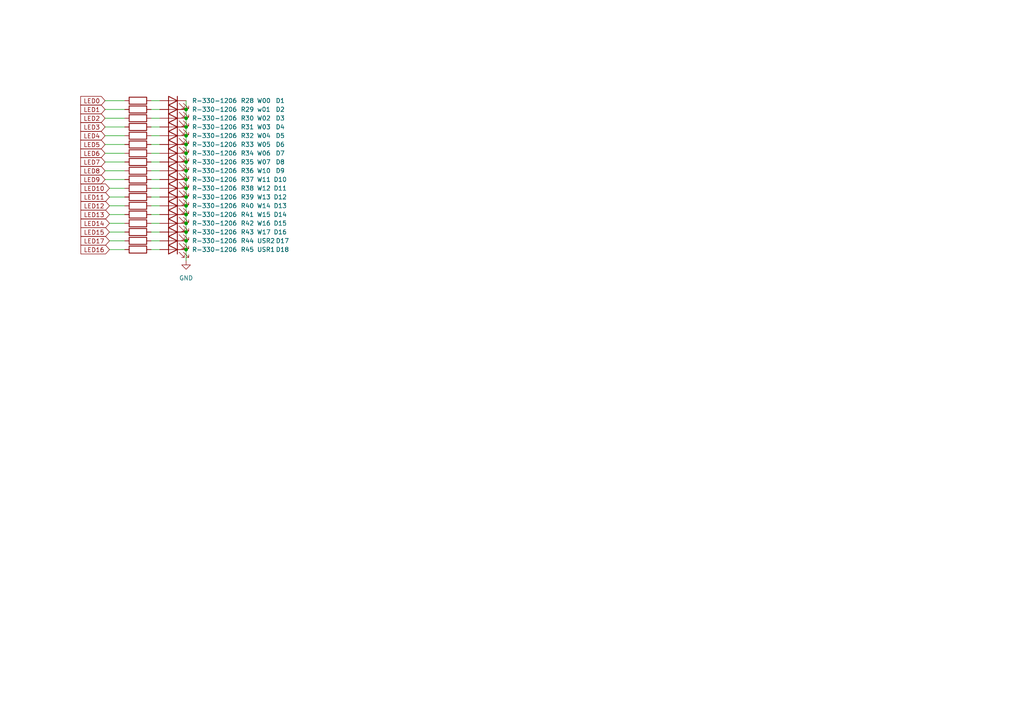
<source format=kicad_sch>
(kicad_sch (version 20211123) (generator eeschema)

  (uuid 2440d3e9-6bf4-4307-8cc8-7b8927b24226)

  (paper "A4")

  (lib_symbols
    (symbol "Device:LED" (pin_numbers hide) (pin_names (offset 1.016) hide) (in_bom yes) (on_board yes)
      (property "Reference" "D" (id 0) (at 0 2.54 0)
        (effects (font (size 1.27 1.27)))
      )
      (property "Value" "LED" (id 1) (at 0 -2.54 0)
        (effects (font (size 1.27 1.27)))
      )
      (property "Footprint" "" (id 2) (at 0 0 0)
        (effects (font (size 1.27 1.27)) hide)
      )
      (property "Datasheet" "~" (id 3) (at 0 0 0)
        (effects (font (size 1.27 1.27)) hide)
      )
      (property "ki_keywords" "LED diode" (id 4) (at 0 0 0)
        (effects (font (size 1.27 1.27)) hide)
      )
      (property "ki_description" "Light emitting diode" (id 5) (at 0 0 0)
        (effects (font (size 1.27 1.27)) hide)
      )
      (property "ki_fp_filters" "LED* LED_SMD:* LED_THT:*" (id 6) (at 0 0 0)
        (effects (font (size 1.27 1.27)) hide)
      )
      (symbol "LED_0_1"
        (polyline
          (pts
            (xy -1.27 -1.27)
            (xy -1.27 1.27)
          )
          (stroke (width 0.254) (type default) (color 0 0 0 0))
          (fill (type none))
        )
        (polyline
          (pts
            (xy -1.27 0)
            (xy 1.27 0)
          )
          (stroke (width 0) (type default) (color 0 0 0 0))
          (fill (type none))
        )
        (polyline
          (pts
            (xy 1.27 -1.27)
            (xy 1.27 1.27)
            (xy -1.27 0)
            (xy 1.27 -1.27)
          )
          (stroke (width 0.254) (type default) (color 0 0 0 0))
          (fill (type none))
        )
        (polyline
          (pts
            (xy -3.048 -0.762)
            (xy -4.572 -2.286)
            (xy -3.81 -2.286)
            (xy -4.572 -2.286)
            (xy -4.572 -1.524)
          )
          (stroke (width 0) (type default) (color 0 0 0 0))
          (fill (type none))
        )
        (polyline
          (pts
            (xy -1.778 -0.762)
            (xy -3.302 -2.286)
            (xy -2.54 -2.286)
            (xy -3.302 -2.286)
            (xy -3.302 -1.524)
          )
          (stroke (width 0) (type default) (color 0 0 0 0))
          (fill (type none))
        )
      )
      (symbol "LED_1_1"
        (pin passive line (at -3.81 0 0) (length 2.54)
          (name "K" (effects (font (size 1.27 1.27))))
          (number "1" (effects (font (size 1.27 1.27))))
        )
        (pin passive line (at 3.81 0 180) (length 2.54)
          (name "A" (effects (font (size 1.27 1.27))))
          (number "2" (effects (font (size 1.27 1.27))))
        )
      )
    )
    (symbol "eurorack:R-330-1206" (pin_numbers hide) (pin_names (offset 0)) (in_bom yes) (on_board yes)
      (property "Reference" "R" (id 0) (at 2.032 0 90)
        (effects (font (size 1.27 1.27)))
      )
      (property "Value" "R-330-1206" (id 1) (at -2.54 0 90)
        (effects (font (size 1.27 1.27)))
      )
      (property "Footprint" "Resistor_SMD:R_1206_3216Metric_Pad1.30x1.75mm_HandSolder" (id 2) (at -1.778 0 90)
        (effects (font (size 1.27 1.27)) hide)
      )
      (property "Datasheet" "https://www.reichelt.com/at/en/smd-chip-resistor-type-1206-330-ohm-smd-1-4w-330-p18315.html?search=smd+1%2F4w+330&&r=1" (id 3) (at 0 0 0)
        (effects (font (size 1.27 1.27)) hide)
      )
      (property "P" "250mW" (id 4) (at 0 0 0)
        (effects (font (size 1.27 1.27)) hide)
      )
      (property "Tolerance" "5%" (id 5) (at 0 0 0)
        (effects (font (size 1.27 1.27)) hide)
      )
      (property "ki_keywords" "R res resistor" (id 6) (at 0 0 0)
        (effects (font (size 1.27 1.27)) hide)
      )
      (property "ki_description" "Resistor" (id 7) (at 0 0 0)
        (effects (font (size 1.27 1.27)) hide)
      )
      (property "ki_fp_filters" "R_*" (id 8) (at 0 0 0)
        (effects (font (size 1.27 1.27)) hide)
      )
      (symbol "R-330-1206_0_1"
        (rectangle (start -1.016 -2.54) (end 1.016 2.54)
          (stroke (width 0.254) (type default) (color 0 0 0 0))
          (fill (type none))
        )
      )
      (symbol "R-330-1206_1_1"
        (pin passive line (at 0 3.81 270) (length 1.27)
          (name "~" (effects (font (size 1.27 1.27))))
          (number "1" (effects (font (size 1.27 1.27))))
        )
        (pin passive line (at 0 -3.81 90) (length 1.27)
          (name "~" (effects (font (size 1.27 1.27))))
          (number "2" (effects (font (size 1.27 1.27))))
        )
      )
    )
    (symbol "power:GND" (power) (pin_names (offset 0)) (in_bom yes) (on_board yes)
      (property "Reference" "#PWR" (id 0) (at 0 -6.35 0)
        (effects (font (size 1.27 1.27)) hide)
      )
      (property "Value" "GND" (id 1) (at 0 -3.81 0)
        (effects (font (size 1.27 1.27)))
      )
      (property "Footprint" "" (id 2) (at 0 0 0)
        (effects (font (size 1.27 1.27)) hide)
      )
      (property "Datasheet" "" (id 3) (at 0 0 0)
        (effects (font (size 1.27 1.27)) hide)
      )
      (property "ki_keywords" "power-flag" (id 4) (at 0 0 0)
        (effects (font (size 1.27 1.27)) hide)
      )
      (property "ki_description" "Power symbol creates a global label with name \"GND\" , ground" (id 5) (at 0 0 0)
        (effects (font (size 1.27 1.27)) hide)
      )
      (symbol "GND_0_1"
        (polyline
          (pts
            (xy 0 0)
            (xy 0 -1.27)
            (xy 1.27 -1.27)
            (xy 0 -2.54)
            (xy -1.27 -1.27)
            (xy 0 -1.27)
          )
          (stroke (width 0) (type default) (color 0 0 0 0))
          (fill (type none))
        )
      )
      (symbol "GND_1_1"
        (pin power_in line (at 0 0 270) (length 0) hide
          (name "GND" (effects (font (size 1.27 1.27))))
          (number "1" (effects (font (size 1.27 1.27))))
        )
      )
    )
  )

  (junction (at 53.975 31.75) (diameter 0) (color 0 0 0 0)
    (uuid 00906149-427a-4f17-be5e-9657ff4514af)
  )
  (junction (at 53.975 69.85) (diameter 0) (color 0 0 0 0)
    (uuid 016bb21d-9773-4895-89f3-9d5796890123)
  )
  (junction (at 53.975 67.31) (diameter 0) (color 0 0 0 0)
    (uuid 0883bfa3-e3f7-4207-ba7d-a8ecd4bd33eb)
  )
  (junction (at 53.975 44.45) (diameter 0) (color 0 0 0 0)
    (uuid 0b7ba9ed-0d46-4d3b-8991-f580a1218425)
  )
  (junction (at 53.975 54.61) (diameter 0) (color 0 0 0 0)
    (uuid 15e8bae2-276a-43e5-8ba4-e78911a957ba)
  )
  (junction (at 53.975 36.83) (diameter 0) (color 0 0 0 0)
    (uuid 19d76114-be71-4656-8547-71d73829f04a)
  )
  (junction (at 53.975 62.23) (diameter 0) (color 0 0 0 0)
    (uuid 265bed94-17dd-435f-ac46-4b3b1e35593c)
  )
  (junction (at 53.975 34.29) (diameter 0) (color 0 0 0 0)
    (uuid 2b312f47-da63-46f9-b070-decae19c58fe)
  )
  (junction (at 53.975 64.77) (diameter 0) (color 0 0 0 0)
    (uuid 74f33152-5532-4a53-8604-551ee5fa51a1)
  )
  (junction (at 53.975 72.39) (diameter 0) (color 0 0 0 0)
    (uuid 7707251c-f39c-48f9-92e5-39f293877b62)
  )
  (junction (at 53.975 39.37) (diameter 0) (color 0 0 0 0)
    (uuid 83ce33ab-0048-4638-8d97-03d03c8b8e61)
  )
  (junction (at 53.975 57.15) (diameter 0) (color 0 0 0 0)
    (uuid bb5fdc7a-2c7c-4727-b8d8-059b8af5d839)
  )
  (junction (at 53.975 46.99) (diameter 0) (color 0 0 0 0)
    (uuid c3942978-83f5-4bd7-85bd-eef5e1c8cd9d)
  )
  (junction (at 53.975 49.53) (diameter 0) (color 0 0 0 0)
    (uuid d533ca9d-2456-4c87-9e27-db90da537bfc)
  )
  (junction (at 53.975 52.07) (diameter 0) (color 0 0 0 0)
    (uuid d97a1881-9686-47be-a7f5-7243b4c95ffb)
  )
  (junction (at 53.975 59.69) (diameter 0) (color 0 0 0 0)
    (uuid dd903c8c-a45b-4365-a2eb-f2d57c6f32e3)
  )
  (junction (at 53.975 41.91) (diameter 0) (color 0 0 0 0)
    (uuid e74f3478-db9b-416b-a358-be70451a1a63)
  )

  (wire (pts (xy 30.48 39.37) (xy 36.195 39.37))
    (stroke (width 0) (type default) (color 0 0 0 0))
    (uuid 12413952-3b15-43d2-b16c-d49eea8c33e1)
  )
  (wire (pts (xy 53.975 44.45) (xy 53.975 46.99))
    (stroke (width 0) (type default) (color 0 0 0 0))
    (uuid 20e94699-d374-4905-8ec5-c8713e52e215)
  )
  (wire (pts (xy 46.355 62.23) (xy 43.815 62.23))
    (stroke (width 0) (type default) (color 0 0 0 0))
    (uuid 222366f3-9cd8-48f3-a07a-c17bdfa75d8b)
  )
  (wire (pts (xy 53.975 67.31) (xy 53.975 69.85))
    (stroke (width 0) (type default) (color 0 0 0 0))
    (uuid 2315c660-a0ab-4be7-88d8-366c48afbb02)
  )
  (wire (pts (xy 36.195 67.31) (xy 31.75 67.31))
    (stroke (width 0) (type default) (color 0 0 0 0))
    (uuid 233f79bf-fd31-451e-bb60-811a8d96ba95)
  )
  (wire (pts (xy 53.975 29.21) (xy 53.975 31.75))
    (stroke (width 0) (type default) (color 0 0 0 0))
    (uuid 2848a8b4-a65b-480c-9e2b-16955e8af094)
  )
  (wire (pts (xy 46.355 36.83) (xy 43.815 36.83))
    (stroke (width 0) (type default) (color 0 0 0 0))
    (uuid 33ca9403-d620-4508-ba4b-347aeea1a3e5)
  )
  (wire (pts (xy 36.195 57.15) (xy 31.75 57.15))
    (stroke (width 0) (type default) (color 0 0 0 0))
    (uuid 35dee03f-2460-4484-a33a-1ded4a449f13)
  )
  (wire (pts (xy 53.975 49.53) (xy 53.975 52.07))
    (stroke (width 0) (type default) (color 0 0 0 0))
    (uuid 3bb544ca-024e-4754-8a73-37d6a4271104)
  )
  (wire (pts (xy 46.355 59.69) (xy 43.815 59.69))
    (stroke (width 0) (type default) (color 0 0 0 0))
    (uuid 464717cf-8350-4642-8284-b2d64ad96284)
  )
  (wire (pts (xy 53.975 34.29) (xy 53.975 36.83))
    (stroke (width 0) (type default) (color 0 0 0 0))
    (uuid 4827c18e-b403-4d61-b635-9369ccfffd33)
  )
  (wire (pts (xy 46.355 57.15) (xy 43.815 57.15))
    (stroke (width 0) (type default) (color 0 0 0 0))
    (uuid 4c84442a-d978-4984-b9b1-897026adb0a0)
  )
  (wire (pts (xy 53.975 64.77) (xy 53.975 67.31))
    (stroke (width 0) (type default) (color 0 0 0 0))
    (uuid 4e3508c4-2e20-4c39-9551-18ab6878cf89)
  )
  (wire (pts (xy 46.355 52.07) (xy 43.815 52.07))
    (stroke (width 0) (type default) (color 0 0 0 0))
    (uuid 529ab1f9-89a4-409f-93df-f35c3ed77d38)
  )
  (wire (pts (xy 53.975 39.37) (xy 53.975 41.91))
    (stroke (width 0) (type default) (color 0 0 0 0))
    (uuid 539fd45a-ce36-4fbd-93e2-59628c8dcb49)
  )
  (wire (pts (xy 36.195 62.23) (xy 31.75 62.23))
    (stroke (width 0) (type default) (color 0 0 0 0))
    (uuid 55d9d630-d884-4015-be99-aae48af4aca1)
  )
  (wire (pts (xy 53.975 36.83) (xy 53.975 39.37))
    (stroke (width 0) (type default) (color 0 0 0 0))
    (uuid 573db383-acc1-49e8-9231-161de6096589)
  )
  (wire (pts (xy 53.975 62.23) (xy 53.975 64.77))
    (stroke (width 0) (type default) (color 0 0 0 0))
    (uuid 5a044904-8d2f-4555-8ccc-f52d0abb57a3)
  )
  (wire (pts (xy 36.195 59.69) (xy 31.75 59.69))
    (stroke (width 0) (type default) (color 0 0 0 0))
    (uuid 5c451844-07e9-4856-a2d5-bf547f2fca5a)
  )
  (wire (pts (xy 31.75 69.85) (xy 36.195 69.85))
    (stroke (width 0) (type default) (color 0 0 0 0))
    (uuid 5c66cfab-2cc4-4730-93fd-1ae2d5305d35)
  )
  (wire (pts (xy 53.975 59.69) (xy 53.975 62.23))
    (stroke (width 0) (type default) (color 0 0 0 0))
    (uuid 5daf714f-0550-40c1-a17d-117e832d59a2)
  )
  (wire (pts (xy 30.48 49.53) (xy 36.195 49.53))
    (stroke (width 0) (type default) (color 0 0 0 0))
    (uuid 69dee6a1-4896-4239-b3ac-ab21b58d7f66)
  )
  (wire (pts (xy 30.48 34.29) (xy 36.195 34.29))
    (stroke (width 0) (type default) (color 0 0 0 0))
    (uuid 75c5b605-cfb8-4a43-82c8-a6bdb0c955a2)
  )
  (wire (pts (xy 53.975 46.99) (xy 53.975 49.53))
    (stroke (width 0) (type default) (color 0 0 0 0))
    (uuid 7b675181-e399-4ed6-a8f1-a98fb731373a)
  )
  (wire (pts (xy 30.48 41.91) (xy 36.195 41.91))
    (stroke (width 0) (type default) (color 0 0 0 0))
    (uuid 7dd539a4-2fbe-4b9a-be35-ef9a6776f315)
  )
  (wire (pts (xy 30.48 52.07) (xy 36.195 52.07))
    (stroke (width 0) (type default) (color 0 0 0 0))
    (uuid 7ef14ddc-32ed-4906-874d-bddd6a503545)
  )
  (wire (pts (xy 46.355 44.45) (xy 43.815 44.45))
    (stroke (width 0) (type default) (color 0 0 0 0))
    (uuid 8488ff4c-3143-4a4d-a06d-dae897056b5c)
  )
  (wire (pts (xy 53.975 52.07) (xy 53.975 54.61))
    (stroke (width 0) (type default) (color 0 0 0 0))
    (uuid 87f481fa-e356-41ba-9b22-cabb4bd844c5)
  )
  (wire (pts (xy 46.355 54.61) (xy 43.815 54.61))
    (stroke (width 0) (type default) (color 0 0 0 0))
    (uuid 8e980872-a352-49ef-8c94-5252a5ebfe8b)
  )
  (wire (pts (xy 46.355 31.75) (xy 43.815 31.75))
    (stroke (width 0) (type default) (color 0 0 0 0))
    (uuid 90103331-39a9-4864-be30-31156fb11b97)
  )
  (wire (pts (xy 53.975 57.15) (xy 53.975 59.69))
    (stroke (width 0) (type default) (color 0 0 0 0))
    (uuid 92d894bd-09a5-401d-a426-a338668aa522)
  )
  (wire (pts (xy 46.355 34.29) (xy 43.815 34.29))
    (stroke (width 0) (type default) (color 0 0 0 0))
    (uuid 940fc597-164f-413d-acb8-79dcb79aae3a)
  )
  (wire (pts (xy 53.975 41.91) (xy 53.975 44.45))
    (stroke (width 0) (type default) (color 0 0 0 0))
    (uuid 9741699a-c2d3-4e81-96d3-ee3da104f5bb)
  )
  (wire (pts (xy 46.355 29.21) (xy 43.815 29.21))
    (stroke (width 0) (type default) (color 0 0 0 0))
    (uuid 981d6f7d-9d24-4bd0-af0d-7c62e6414476)
  )
  (wire (pts (xy 30.48 31.75) (xy 36.195 31.75))
    (stroke (width 0) (type default) (color 0 0 0 0))
    (uuid 9843ddc0-a701-481a-9ddf-2edd0188c2bb)
  )
  (wire (pts (xy 31.75 72.39) (xy 36.195 72.39))
    (stroke (width 0) (type default) (color 0 0 0 0))
    (uuid 9ee1c36e-cf3c-4bcb-98b0-1622bd0c1fb3)
  )
  (wire (pts (xy 53.975 69.85) (xy 53.975 72.39))
    (stroke (width 0) (type default) (color 0 0 0 0))
    (uuid a0949d78-65d5-43c9-b0c3-f1a82db3e3c7)
  )
  (wire (pts (xy 46.355 64.77) (xy 43.815 64.77))
    (stroke (width 0) (type default) (color 0 0 0 0))
    (uuid b1a92803-0756-480e-824c-8580e2f79ed9)
  )
  (wire (pts (xy 30.48 46.99) (xy 36.195 46.99))
    (stroke (width 0) (type default) (color 0 0 0 0))
    (uuid b28dcdc5-4b7d-452a-a705-32ace1db119a)
  )
  (wire (pts (xy 46.355 39.37) (xy 43.815 39.37))
    (stroke (width 0) (type default) (color 0 0 0 0))
    (uuid be56700b-8c4a-497e-b2ad-71aedb2058b6)
  )
  (wire (pts (xy 46.355 41.91) (xy 43.815 41.91))
    (stroke (width 0) (type default) (color 0 0 0 0))
    (uuid bee0cdfd-953e-468f-97fe-b5408fe9d6a6)
  )
  (wire (pts (xy 46.355 49.53) (xy 43.815 49.53))
    (stroke (width 0) (type default) (color 0 0 0 0))
    (uuid c105f344-05e3-4552-b39e-ca91bb475956)
  )
  (wire (pts (xy 53.975 54.61) (xy 53.975 57.15))
    (stroke (width 0) (type default) (color 0 0 0 0))
    (uuid cf8ba1db-cf38-4c03-8e7e-6b90423b4854)
  )
  (wire (pts (xy 30.48 36.83) (xy 36.195 36.83))
    (stroke (width 0) (type default) (color 0 0 0 0))
    (uuid d0668e58-127a-4e40-9dc3-e2c1471241c1)
  )
  (wire (pts (xy 53.975 75.565) (xy 53.975 72.39))
    (stroke (width 0) (type default) (color 0 0 0 0))
    (uuid d5301b48-92c2-4bb7-b00d-70f90730234a)
  )
  (wire (pts (xy 53.975 31.75) (xy 53.975 34.29))
    (stroke (width 0) (type default) (color 0 0 0 0))
    (uuid dd699cb1-ec12-4b5f-87ed-5a2b8e49dd9e)
  )
  (wire (pts (xy 36.195 54.61) (xy 31.75 54.61))
    (stroke (width 0) (type default) (color 0 0 0 0))
    (uuid ddfc19fb-1a0a-448b-b46d-14482b2a40b7)
  )
  (wire (pts (xy 30.48 44.45) (xy 36.195 44.45))
    (stroke (width 0) (type default) (color 0 0 0 0))
    (uuid e919526d-9220-4923-899f-eec7720804c1)
  )
  (wire (pts (xy 46.355 69.85) (xy 43.815 69.85))
    (stroke (width 0) (type default) (color 0 0 0 0))
    (uuid ee67ced2-e249-4e56-99b5-5a3ffda924e0)
  )
  (wire (pts (xy 46.355 46.99) (xy 43.815 46.99))
    (stroke (width 0) (type default) (color 0 0 0 0))
    (uuid eec8ec20-c467-440f-9ca9-2b8fc6801956)
  )
  (wire (pts (xy 46.355 67.31) (xy 43.815 67.31))
    (stroke (width 0) (type default) (color 0 0 0 0))
    (uuid f13c1c04-f38d-4862-b9f0-42459d2ad106)
  )
  (wire (pts (xy 30.48 29.21) (xy 36.195 29.21))
    (stroke (width 0) (type default) (color 0 0 0 0))
    (uuid f2bea770-c7fa-4f94-a5e7-4a4fe9bb2c9d)
  )
  (wire (pts (xy 46.355 72.39) (xy 43.815 72.39))
    (stroke (width 0) (type default) (color 0 0 0 0))
    (uuid f42dc7ca-f606-4a69-af77-7ff951070c0c)
  )
  (wire (pts (xy 36.195 64.77) (xy 31.75 64.77))
    (stroke (width 0) (type default) (color 0 0 0 0))
    (uuid fa496519-ef68-4ac3-aba6-1319eea185fb)
  )

  (global_label "LED11" (shape input) (at 31.75 57.15 180) (fields_autoplaced)
    (effects (font (size 1.27 1.27)) (justify right))
    (uuid 03febf1c-9fb4-4241-911c-cef4f6d5dac0)
    (property "Intersheet References" "${INTERSHEET_REFS}" (id 0) (at 23.4707 57.0706 0)
      (effects (font (size 1.27 1.27)) (justify right) hide)
    )
  )
  (global_label "LED10" (shape input) (at 31.75 54.61 180) (fields_autoplaced)
    (effects (font (size 1.27 1.27)) (justify right))
    (uuid 05a8154f-ff5a-480b-898c-f1587688ac1e)
    (property "Intersheet References" "${INTERSHEET_REFS}" (id 0) (at 23.4707 54.5306 0)
      (effects (font (size 1.27 1.27)) (justify right) hide)
    )
  )
  (global_label "LED17" (shape input) (at 31.75 69.85 180) (fields_autoplaced)
    (effects (font (size 1.27 1.27)) (justify right))
    (uuid 149e28ed-389c-4cee-9ab3-c27b295f426a)
    (property "Intersheet References" "${INTERSHEET_REFS}" (id 0) (at 23.4707 69.7706 0)
      (effects (font (size 1.27 1.27)) (justify right) hide)
    )
  )
  (global_label "LED8" (shape input) (at 30.48 49.53 180) (fields_autoplaced)
    (effects (font (size 1.27 1.27)) (justify right))
    (uuid 2afb78f5-350e-46f7-ad46-d91939b4774e)
    (property "Intersheet References" "${INTERSHEET_REFS}" (id 0) (at 23.4102 49.4506 0)
      (effects (font (size 1.27 1.27)) (justify right) hide)
    )
  )
  (global_label "LED14" (shape input) (at 31.75 64.77 180) (fields_autoplaced)
    (effects (font (size 1.27 1.27)) (justify right))
    (uuid 2e79c70d-e12d-46ca-bcdb-5f9f619fa584)
    (property "Intersheet References" "${INTERSHEET_REFS}" (id 0) (at 23.4707 64.6906 0)
      (effects (font (size 1.27 1.27)) (justify right) hide)
    )
  )
  (global_label "LED6" (shape input) (at 30.48 44.45 180) (fields_autoplaced)
    (effects (font (size 1.27 1.27)) (justify right))
    (uuid 2fa22c9d-2c90-4d59-9a65-435ac18c9998)
    (property "Intersheet References" "${INTERSHEET_REFS}" (id 0) (at 23.4102 44.3706 0)
      (effects (font (size 1.27 1.27)) (justify right) hide)
    )
  )
  (global_label "LED0" (shape input) (at 30.48 29.21 180) (fields_autoplaced)
    (effects (font (size 1.27 1.27)) (justify right))
    (uuid 2fd93789-c067-45c1-bde6-c9974b55f270)
    (property "Intersheet References" "${INTERSHEET_REFS}" (id 0) (at 23.4102 29.1306 0)
      (effects (font (size 1.27 1.27)) (justify right) hide)
    )
  )
  (global_label "LED2" (shape input) (at 30.48 34.29 180) (fields_autoplaced)
    (effects (font (size 1.27 1.27)) (justify right))
    (uuid 47b1bad5-9c36-4d99-b797-a14918c0a57c)
    (property "Intersheet References" "${INTERSHEET_REFS}" (id 0) (at 23.4102 34.2106 0)
      (effects (font (size 1.27 1.27)) (justify right) hide)
    )
  )
  (global_label "LED13" (shape input) (at 31.75 62.23 180) (fields_autoplaced)
    (effects (font (size 1.27 1.27)) (justify right))
    (uuid 49454d7d-d655-43e5-b1cd-c3b581c6f11d)
    (property "Intersheet References" "${INTERSHEET_REFS}" (id 0) (at 23.4707 62.1506 0)
      (effects (font (size 1.27 1.27)) (justify right) hide)
    )
  )
  (global_label "LED3" (shape input) (at 30.48 36.83 180) (fields_autoplaced)
    (effects (font (size 1.27 1.27)) (justify right))
    (uuid 4a2e6625-3d1d-4819-8d82-5b1f84702c6b)
    (property "Intersheet References" "${INTERSHEET_REFS}" (id 0) (at 23.4102 36.7506 0)
      (effects (font (size 1.27 1.27)) (justify right) hide)
    )
  )
  (global_label "LED9" (shape input) (at 30.48 52.07 180) (fields_autoplaced)
    (effects (font (size 1.27 1.27)) (justify right))
    (uuid 60b360cd-23bb-4078-abb0-7a3bf146dd09)
    (property "Intersheet References" "${INTERSHEET_REFS}" (id 0) (at 23.4102 51.9906 0)
      (effects (font (size 1.27 1.27)) (justify right) hide)
    )
  )
  (global_label "LED15" (shape input) (at 31.75 67.31 180) (fields_autoplaced)
    (effects (font (size 1.27 1.27)) (justify right))
    (uuid 60d36abf-a3ce-4b76-a55d-2c83f1bade71)
    (property "Intersheet References" "${INTERSHEET_REFS}" (id 0) (at 23.4707 67.2306 0)
      (effects (font (size 1.27 1.27)) (justify right) hide)
    )
  )
  (global_label "LED5" (shape input) (at 30.48 41.91 180) (fields_autoplaced)
    (effects (font (size 1.27 1.27)) (justify right))
    (uuid 691eccea-d4c7-4f82-a980-47c916501bf0)
    (property "Intersheet References" "${INTERSHEET_REFS}" (id 0) (at 23.4102 41.8306 0)
      (effects (font (size 1.27 1.27)) (justify right) hide)
    )
  )
  (global_label "LED1" (shape input) (at 30.48 31.75 180) (fields_autoplaced)
    (effects (font (size 1.27 1.27)) (justify right))
    (uuid 6bf3b827-8094-419b-bfb2-b4dd754f205b)
    (property "Intersheet References" "${INTERSHEET_REFS}" (id 0) (at 23.4102 31.6706 0)
      (effects (font (size 1.27 1.27)) (justify right) hide)
    )
  )
  (global_label "LED7" (shape input) (at 30.48 46.99 180) (fields_autoplaced)
    (effects (font (size 1.27 1.27)) (justify right))
    (uuid 8a8cc832-51c8-48ec-a66e-17ee8f6cc829)
    (property "Intersheet References" "${INTERSHEET_REFS}" (id 0) (at 23.4102 46.9106 0)
      (effects (font (size 1.27 1.27)) (justify right) hide)
    )
  )
  (global_label "LED4" (shape input) (at 30.48 39.37 180) (fields_autoplaced)
    (effects (font (size 1.27 1.27)) (justify right))
    (uuid bac2e7d6-94bf-48d8-a937-7cfa06e73794)
    (property "Intersheet References" "${INTERSHEET_REFS}" (id 0) (at 23.4102 39.2906 0)
      (effects (font (size 1.27 1.27)) (justify right) hide)
    )
  )
  (global_label "LED12" (shape input) (at 31.75 59.69 180) (fields_autoplaced)
    (effects (font (size 1.27 1.27)) (justify right))
    (uuid e1fb672d-8c80-4995-b8bb-013ec5eaf4e8)
    (property "Intersheet References" "${INTERSHEET_REFS}" (id 0) (at 23.4707 59.6106 0)
      (effects (font (size 1.27 1.27)) (justify right) hide)
    )
  )
  (global_label "LED16" (shape input) (at 31.75 72.39 180) (fields_autoplaced)
    (effects (font (size 1.27 1.27)) (justify right))
    (uuid fd7ad1cd-2879-4197-b5d4-0b3ba5675e7e)
    (property "Intersheet References" "${INTERSHEET_REFS}" (id 0) (at 23.4707 72.3106 0)
      (effects (font (size 1.27 1.27)) (justify right) hide)
    )
  )

  (symbol (lib_id "eurorack:R-330-1206") (at 40.005 36.83 270) (mirror x) (unit 1)
    (in_bom yes) (on_board yes)
    (uuid 0100069f-4c8a-4b9e-b940-a3c1c8ea04cf)
    (property "Reference" "R31" (id 0) (at 71.755 36.83 90))
    (property "Value" "R-330-1206" (id 1) (at 62.23 36.83 90))
    (property "Footprint" "Resistor_SMD:R_1206_3216Metric_Pad1.30x1.75mm_HandSolder" (id 2) (at 40.005 38.608 90)
      (effects (font (size 1.27 1.27)) hide)
    )
    (property "Datasheet" "https://www.reichelt.com/at/en/smd-chip-resistor-type-1206-330-ohm-smd-1-4w-330-p18315.html?search=smd+1%2F4w+330&&r=1" (id 3) (at 40.005 36.83 0)
      (effects (font (size 1.27 1.27)) hide)
    )
    (property "P" "250mW" (id 4) (at 40.005 36.83 0)
      (effects (font (size 1.27 1.27)) hide)
    )
    (property "Tolerance" "5%" (id 5) (at 40.005 36.83 0)
      (effects (font (size 1.27 1.27)) hide)
    )
    (pin "1" (uuid 2f030c26-f7db-4f3b-8f46-a23c7b030956))
    (pin "2" (uuid 43c9a008-d251-4d9e-b88f-57e1f681b562))
  )

  (symbol (lib_id "eurorack:R-330-1206") (at 40.005 72.39 270) (unit 1)
    (in_bom yes) (on_board yes)
    (uuid 1587ff7f-26a6-4e0d-91cf-13bcc8d96c01)
    (property "Reference" "R45" (id 0) (at 71.755 72.39 90))
    (property "Value" "R-330-1206" (id 1) (at 62.23 72.39 90))
    (property "Footprint" "Resistor_SMD:R_1206_3216Metric_Pad1.30x1.75mm_HandSolder" (id 2) (at 40.005 70.612 90)
      (effects (font (size 1.27 1.27)) hide)
    )
    (property "Datasheet" "https://www.reichelt.com/at/en/smd-chip-resistor-type-1206-330-ohm-smd-1-4w-330-p18315.html?search=smd+1%2F4w+330&&r=1" (id 3) (at 40.005 72.39 0)
      (effects (font (size 1.27 1.27)) hide)
    )
    (property "P" "250mW" (id 4) (at 40.005 72.39 0)
      (effects (font (size 1.27 1.27)) hide)
    )
    (property "Tolerance" "5%" (id 5) (at 40.005 72.39 0)
      (effects (font (size 1.27 1.27)) hide)
    )
    (pin "1" (uuid d0273b2c-b6e1-42c1-963d-0f6f128d733f))
    (pin "2" (uuid e5a15d05-5b64-4347-85a6-a9f5f234ec52))
  )

  (symbol (lib_id "eurorack:R-330-1206") (at 40.005 46.99 270) (mirror x) (unit 1)
    (in_bom yes) (on_board yes)
    (uuid 1b5bf5a0-640f-45e3-a9df-ded82d9e54da)
    (property "Reference" "R35" (id 0) (at 71.755 46.99 90))
    (property "Value" "R-330-1206" (id 1) (at 62.23 46.99 90))
    (property "Footprint" "Resistor_SMD:R_1206_3216Metric_Pad1.30x1.75mm_HandSolder" (id 2) (at 40.005 48.768 90)
      (effects (font (size 1.27 1.27)) hide)
    )
    (property "Datasheet" "https://www.reichelt.com/at/en/smd-chip-resistor-type-1206-330-ohm-smd-1-4w-330-p18315.html?search=smd+1%2F4w+330&&r=1" (id 3) (at 40.005 46.99 0)
      (effects (font (size 1.27 1.27)) hide)
    )
    (property "P" "250mW" (id 4) (at 40.005 46.99 0)
      (effects (font (size 1.27 1.27)) hide)
    )
    (property "Tolerance" "5%" (id 5) (at 40.005 46.99 0)
      (effects (font (size 1.27 1.27)) hide)
    )
    (pin "1" (uuid 04936835-00d5-477b-8632-447e8f092dda))
    (pin "2" (uuid 10592dbb-7297-4ee0-845c-45177c05cba1))
  )

  (symbol (lib_id "Device:LED") (at 50.165 72.39 0) (mirror y) (unit 1)
    (in_bom yes) (on_board yes)
    (uuid 2fef2169-e950-4876-a239-97a045190707)
    (property "Reference" "D18" (id 0) (at 81.915 72.39 0))
    (property "Value" "USR1" (id 1) (at 77.1525 72.39 0))
    (property "Footprint" "Diode_SMD:D_1206_3216Metric_Pad1.42x1.75mm_HandSolder" (id 2) (at 50.165 72.39 0)
      (effects (font (size 1.27 1.27)) hide)
    )
    (property "Datasheet" "~" (id 3) (at 50.165 72.39 0)
      (effects (font (size 1.27 1.27)) hide)
    )
    (pin "1" (uuid 8c2bd0d6-0af3-4c12-b885-9188b1ecbce0))
    (pin "2" (uuid 7e256abb-112f-4dd8-baba-f0e2d59e06ca))
  )

  (symbol (lib_id "Device:LED") (at 50.165 31.75 0) (mirror y) (unit 1)
    (in_bom yes) (on_board yes)
    (uuid 37dd98cf-6c1d-4702-aad7-7ea15309510e)
    (property "Reference" "D2" (id 0) (at 81.28 31.75 0))
    (property "Value" "w01" (id 1) (at 76.5175 31.75 0))
    (property "Footprint" "Diode_SMD:D_1206_3216Metric_Pad1.42x1.75mm_HandSolder" (id 2) (at 50.165 31.75 0)
      (effects (font (size 1.27 1.27)) hide)
    )
    (property "Datasheet" "~" (id 3) (at 50.165 31.75 0)
      (effects (font (size 1.27 1.27)) hide)
    )
    (pin "1" (uuid 8f76401f-b361-437a-9ca7-ca5d2273b216))
    (pin "2" (uuid 1f338441-0ec2-4fe7-90cc-020a697e6096))
  )

  (symbol (lib_id "eurorack:R-330-1206") (at 40.005 49.53 270) (mirror x) (unit 1)
    (in_bom yes) (on_board yes)
    (uuid 3a523eb6-8280-494a-875f-cc37f9a95ba6)
    (property "Reference" "R36" (id 0) (at 71.755 49.53 90))
    (property "Value" "R-330-1206" (id 1) (at 62.23 49.53 90))
    (property "Footprint" "Resistor_SMD:R_1206_3216Metric_Pad1.30x1.75mm_HandSolder" (id 2) (at 40.005 51.308 90)
      (effects (font (size 1.27 1.27)) hide)
    )
    (property "Datasheet" "https://www.reichelt.com/at/en/smd-chip-resistor-type-1206-330-ohm-smd-1-4w-330-p18315.html?search=smd+1%2F4w+330&&r=1" (id 3) (at 40.005 49.53 0)
      (effects (font (size 1.27 1.27)) hide)
    )
    (property "P" "250mW" (id 4) (at 40.005 49.53 0)
      (effects (font (size 1.27 1.27)) hide)
    )
    (property "Tolerance" "5%" (id 5) (at 40.005 49.53 0)
      (effects (font (size 1.27 1.27)) hide)
    )
    (pin "1" (uuid 472365ff-d12c-4a2a-9eb0-5954952d9c25))
    (pin "2" (uuid 7e63770d-5893-4dfe-a136-cc7840036347))
  )

  (symbol (lib_id "Device:LED") (at 50.165 69.85 0) (mirror y) (unit 1)
    (in_bom yes) (on_board yes)
    (uuid 40367682-bc57-4c02-901d-532c072397b1)
    (property "Reference" "D17" (id 0) (at 81.915 69.85 0))
    (property "Value" "USR2" (id 1) (at 77.1525 69.85 0))
    (property "Footprint" "Diode_SMD:D_1206_3216Metric_Pad1.42x1.75mm_HandSolder" (id 2) (at 50.165 69.85 0)
      (effects (font (size 1.27 1.27)) hide)
    )
    (property "Datasheet" "~" (id 3) (at 50.165 69.85 0)
      (effects (font (size 1.27 1.27)) hide)
    )
    (pin "1" (uuid 793651a9-3c04-41fd-98cb-0ebb55f018e5))
    (pin "2" (uuid af6ad7ca-25e4-444e-b8bf-b22d345d885a))
  )

  (symbol (lib_id "Device:LED") (at 50.165 67.31 0) (mirror y) (unit 1)
    (in_bom yes) (on_board yes)
    (uuid 4cf33811-6d8e-4592-841c-ca1eaa48ce1d)
    (property "Reference" "D16" (id 0) (at 81.28 67.31 0))
    (property "Value" "W17" (id 1) (at 76.5175 67.31 0))
    (property "Footprint" "Diode_SMD:D_1206_3216Metric_Pad1.42x1.75mm_HandSolder" (id 2) (at 50.165 67.31 0)
      (effects (font (size 1.27 1.27)) hide)
    )
    (property "Datasheet" "~" (id 3) (at 50.165 67.31 0)
      (effects (font (size 1.27 1.27)) hide)
    )
    (pin "1" (uuid a55d192d-95b4-487e-8aa2-76d946f98bbe))
    (pin "2" (uuid ae20cc89-ce6c-4a1e-9a43-d3f5968eb821))
  )

  (symbol (lib_id "Device:LED") (at 50.165 62.23 0) (mirror y) (unit 1)
    (in_bom yes) (on_board yes)
    (uuid 5515542a-735e-4c20-ac93-c40d5ae9d9d6)
    (property "Reference" "D14" (id 0) (at 81.28 62.23 0))
    (property "Value" "W15" (id 1) (at 76.5175 62.23 0))
    (property "Footprint" "Diode_SMD:D_1206_3216Metric_Pad1.42x1.75mm_HandSolder" (id 2) (at 50.165 62.23 0)
      (effects (font (size 1.27 1.27)) hide)
    )
    (property "Datasheet" "~" (id 3) (at 50.165 62.23 0)
      (effects (font (size 1.27 1.27)) hide)
    )
    (pin "1" (uuid 052222bd-352e-4974-b1c1-c54b16ded78f))
    (pin "2" (uuid c2eecd1d-58cb-46fa-9a26-e502d6c260a6))
  )

  (symbol (lib_id "eurorack:R-330-1206") (at 40.005 52.07 270) (mirror x) (unit 1)
    (in_bom yes) (on_board yes)
    (uuid 57c0bd56-63d0-4248-9faa-699849440291)
    (property "Reference" "R37" (id 0) (at 71.755 52.07 90))
    (property "Value" "R-330-1206" (id 1) (at 62.23 52.07 90))
    (property "Footprint" "Resistor_SMD:R_1206_3216Metric_Pad1.30x1.75mm_HandSolder" (id 2) (at 40.005 53.848 90)
      (effects (font (size 1.27 1.27)) hide)
    )
    (property "Datasheet" "https://www.reichelt.com/at/en/smd-chip-resistor-type-1206-330-ohm-smd-1-4w-330-p18315.html?search=smd+1%2F4w+330&&r=1" (id 3) (at 40.005 52.07 0)
      (effects (font (size 1.27 1.27)) hide)
    )
    (property "P" "250mW" (id 4) (at 40.005 52.07 0)
      (effects (font (size 1.27 1.27)) hide)
    )
    (property "Tolerance" "5%" (id 5) (at 40.005 52.07 0)
      (effects (font (size 1.27 1.27)) hide)
    )
    (pin "1" (uuid 396ccdea-25cf-4ae6-bc50-b087751dea7b))
    (pin "2" (uuid e27f776f-c14a-4da0-afd3-ecdf4bb06d8e))
  )

  (symbol (lib_id "eurorack:R-330-1206") (at 40.005 29.21 270) (mirror x) (unit 1)
    (in_bom yes) (on_board yes)
    (uuid 5f527487-0f62-40e9-bfcc-10c878282880)
    (property "Reference" "R28" (id 0) (at 71.755 29.21 90))
    (property "Value" "R-330-1206" (id 1) (at 62.23 29.21 90))
    (property "Footprint" "Resistor_SMD:R_1206_3216Metric_Pad1.30x1.75mm_HandSolder" (id 2) (at 40.005 30.988 90)
      (effects (font (size 1.27 1.27)) hide)
    )
    (property "Datasheet" "https://www.reichelt.com/at/en/smd-chip-resistor-type-1206-330-ohm-smd-1-4w-330-p18315.html?search=smd+1%2F4w+330&&r=1" (id 3) (at 40.005 29.21 0)
      (effects (font (size 1.27 1.27)) hide)
    )
    (property "P" "250mW" (id 4) (at 40.005 29.21 0)
      (effects (font (size 1.27 1.27)) hide)
    )
    (property "Tolerance" "5%" (id 5) (at 40.005 29.21 0)
      (effects (font (size 1.27 1.27)) hide)
    )
    (pin "1" (uuid cb8d98d7-734c-42dc-9731-0731de419ffe))
    (pin "2" (uuid 02054a10-cc86-4f44-ae16-6f67a7bcced1))
  )

  (symbol (lib_id "eurorack:R-330-1206") (at 40.005 39.37 270) (mirror x) (unit 1)
    (in_bom yes) (on_board yes)
    (uuid 63acdf95-7afc-4ef3-8c1b-7050276a7e7a)
    (property "Reference" "R32" (id 0) (at 71.755 39.37 90))
    (property "Value" "R-330-1206" (id 1) (at 62.23 39.37 90))
    (property "Footprint" "Resistor_SMD:R_1206_3216Metric_Pad1.30x1.75mm_HandSolder" (id 2) (at 40.005 41.148 90)
      (effects (font (size 1.27 1.27)) hide)
    )
    (property "Datasheet" "https://www.reichelt.com/at/en/smd-chip-resistor-type-1206-330-ohm-smd-1-4w-330-p18315.html?search=smd+1%2F4w+330&&r=1" (id 3) (at 40.005 39.37 0)
      (effects (font (size 1.27 1.27)) hide)
    )
    (property "P" "250mW" (id 4) (at 40.005 39.37 0)
      (effects (font (size 1.27 1.27)) hide)
    )
    (property "Tolerance" "5%" (id 5) (at 40.005 39.37 0)
      (effects (font (size 1.27 1.27)) hide)
    )
    (pin "1" (uuid b1e3f712-a671-4a96-b56a-f9744ad29b3b))
    (pin "2" (uuid 4b438a95-28e4-472c-a7bd-a1c728f62d8d))
  )

  (symbol (lib_id "Device:LED") (at 50.165 64.77 0) (mirror y) (unit 1)
    (in_bom yes) (on_board yes)
    (uuid 64cea123-fc90-4b5e-b9df-acace91b685b)
    (property "Reference" "D15" (id 0) (at 81.28 64.77 0))
    (property "Value" "W16" (id 1) (at 76.5175 64.77 0))
    (property "Footprint" "Diode_SMD:D_1206_3216Metric_Pad1.42x1.75mm_HandSolder" (id 2) (at 50.165 64.77 0)
      (effects (font (size 1.27 1.27)) hide)
    )
    (property "Datasheet" "~" (id 3) (at 50.165 64.77 0)
      (effects (font (size 1.27 1.27)) hide)
    )
    (pin "1" (uuid 78dd81c0-f3dc-429f-ae4c-cd3f6ae2e8fb))
    (pin "2" (uuid c4a1959b-0bcc-44cf-9c2f-031aa9bdade8))
  )

  (symbol (lib_id "Device:LED") (at 50.165 41.91 0) (mirror y) (unit 1)
    (in_bom yes) (on_board yes)
    (uuid 68d2469c-ae09-4662-9d20-f60f1f0f58f6)
    (property "Reference" "D6" (id 0) (at 81.28 41.91 0))
    (property "Value" "W05" (id 1) (at 76.5175 41.91 0))
    (property "Footprint" "Diode_SMD:D_1206_3216Metric_Pad1.42x1.75mm_HandSolder" (id 2) (at 50.165 41.91 0)
      (effects (font (size 1.27 1.27)) hide)
    )
    (property "Datasheet" "~" (id 3) (at 50.165 41.91 0)
      (effects (font (size 1.27 1.27)) hide)
    )
    (pin "1" (uuid 5ce48d97-336f-436e-8234-3a6fdfc32364))
    (pin "2" (uuid 07942453-668c-4fc6-ab5c-674e7b901e06))
  )

  (symbol (lib_id "eurorack:R-330-1206") (at 40.005 54.61 270) (mirror x) (unit 1)
    (in_bom yes) (on_board yes)
    (uuid 72fdf13c-0766-4490-94b0-de95ed3a65e3)
    (property "Reference" "R38" (id 0) (at 71.755 54.61 90))
    (property "Value" "R-330-1206" (id 1) (at 62.23 54.61 90))
    (property "Footprint" "Resistor_SMD:R_1206_3216Metric_Pad1.30x1.75mm_HandSolder" (id 2) (at 40.005 56.388 90)
      (effects (font (size 1.27 1.27)) hide)
    )
    (property "Datasheet" "https://www.reichelt.com/at/en/smd-chip-resistor-type-1206-330-ohm-smd-1-4w-330-p18315.html?search=smd+1%2F4w+330&&r=1" (id 3) (at 40.005 54.61 0)
      (effects (font (size 1.27 1.27)) hide)
    )
    (property "P" "250mW" (id 4) (at 40.005 54.61 0)
      (effects (font (size 1.27 1.27)) hide)
    )
    (property "Tolerance" "5%" (id 5) (at 40.005 54.61 0)
      (effects (font (size 1.27 1.27)) hide)
    )
    (pin "1" (uuid 4b8cb7eb-4fe9-44fd-b139-da20ed886d4e))
    (pin "2" (uuid 4ad260ab-1def-4f37-a83d-d8d3a6a6aba2))
  )

  (symbol (lib_id "eurorack:R-330-1206") (at 40.005 59.69 270) (mirror x) (unit 1)
    (in_bom yes) (on_board yes)
    (uuid 7dca74b9-41fd-47e2-9e00-f03372747001)
    (property "Reference" "R40" (id 0) (at 71.755 59.69 90))
    (property "Value" "R-330-1206" (id 1) (at 62.23 59.69 90))
    (property "Footprint" "Resistor_SMD:R_1206_3216Metric_Pad1.30x1.75mm_HandSolder" (id 2) (at 40.005 61.468 90)
      (effects (font (size 1.27 1.27)) hide)
    )
    (property "Datasheet" "https://www.reichelt.com/at/en/smd-chip-resistor-type-1206-330-ohm-smd-1-4w-330-p18315.html?search=smd+1%2F4w+330&&r=1" (id 3) (at 40.005 59.69 0)
      (effects (font (size 1.27 1.27)) hide)
    )
    (property "P" "250mW" (id 4) (at 40.005 59.69 0)
      (effects (font (size 1.27 1.27)) hide)
    )
    (property "Tolerance" "5%" (id 5) (at 40.005 59.69 0)
      (effects (font (size 1.27 1.27)) hide)
    )
    (pin "1" (uuid 579865fd-9be1-4298-8309-7ddbabf314b1))
    (pin "2" (uuid 91d3643e-6e6d-451c-9521-b59cc8e56b84))
  )

  (symbol (lib_id "Device:LED") (at 50.165 36.83 0) (mirror y) (unit 1)
    (in_bom yes) (on_board yes)
    (uuid 81f46188-c211-4921-86d2-a0528a92c894)
    (property "Reference" "D4" (id 0) (at 81.28 36.83 0))
    (property "Value" "W03" (id 1) (at 76.5175 36.83 0))
    (property "Footprint" "Diode_SMD:D_1206_3216Metric_Pad1.42x1.75mm_HandSolder" (id 2) (at 50.165 36.83 0)
      (effects (font (size 1.27 1.27)) hide)
    )
    (property "Datasheet" "~" (id 3) (at 50.165 36.83 0)
      (effects (font (size 1.27 1.27)) hide)
    )
    (pin "1" (uuid 09a3a033-4e71-4a5c-b479-c0d6cbbe8dad))
    (pin "2" (uuid 06c1e6ac-9555-4bf4-b045-e3daf8f87e80))
  )

  (symbol (lib_id "power:GND") (at 53.975 75.565 0) (mirror y) (unit 1)
    (in_bom yes) (on_board yes) (fields_autoplaced)
    (uuid 86ad3fbb-3348-4959-b363-ae64771b941d)
    (property "Reference" "#PWR082" (id 0) (at 53.975 81.915 0)
      (effects (font (size 1.27 1.27)) hide)
    )
    (property "Value" "GND" (id 1) (at 53.975 80.645 0))
    (property "Footprint" "" (id 2) (at 53.975 75.565 0)
      (effects (font (size 1.27 1.27)) hide)
    )
    (property "Datasheet" "" (id 3) (at 53.975 75.565 0)
      (effects (font (size 1.27 1.27)) hide)
    )
    (pin "1" (uuid 1429231d-2714-4c2b-b7ac-5a2f124c0702))
  )

  (symbol (lib_id "Device:LED") (at 50.165 46.99 0) (mirror y) (unit 1)
    (in_bom yes) (on_board yes)
    (uuid 8abef77c-ebd3-4edd-9f94-4ad29cbc20b8)
    (property "Reference" "D8" (id 0) (at 81.28 46.99 0))
    (property "Value" "W07" (id 1) (at 76.5175 46.99 0))
    (property "Footprint" "Diode_SMD:D_1206_3216Metric_Pad1.42x1.75mm_HandSolder" (id 2) (at 50.165 46.99 0)
      (effects (font (size 1.27 1.27)) hide)
    )
    (property "Datasheet" "~" (id 3) (at 50.165 46.99 0)
      (effects (font (size 1.27 1.27)) hide)
    )
    (pin "1" (uuid 89fc814e-ebe9-4004-97a6-f0fca4827998))
    (pin "2" (uuid 0b132ccb-2cff-4be7-822d-13f3e884eca6))
  )

  (symbol (lib_id "Device:LED") (at 50.165 49.53 0) (mirror y) (unit 1)
    (in_bom yes) (on_board yes)
    (uuid 8b0ff6e2-5c49-41fb-bf32-94a3d184fd00)
    (property "Reference" "D9" (id 0) (at 81.28 49.53 0))
    (property "Value" "W10" (id 1) (at 76.5175 49.53 0))
    (property "Footprint" "Diode_SMD:D_1206_3216Metric_Pad1.42x1.75mm_HandSolder" (id 2) (at 50.165 49.53 0)
      (effects (font (size 1.27 1.27)) hide)
    )
    (property "Datasheet" "~" (id 3) (at 50.165 49.53 0)
      (effects (font (size 1.27 1.27)) hide)
    )
    (pin "1" (uuid 6c00248b-c0d6-4c25-865b-8f134df12e70))
    (pin "2" (uuid 6944195b-d2d4-4ab6-8480-d931659a915a))
  )

  (symbol (lib_id "eurorack:R-330-1206") (at 40.005 69.85 270) (unit 1)
    (in_bom yes) (on_board yes)
    (uuid 8b5344c9-6e2a-406c-967f-2b632fe170f9)
    (property "Reference" "R44" (id 0) (at 71.755 69.85 90))
    (property "Value" "R-330-1206" (id 1) (at 62.23 69.85 90))
    (property "Footprint" "Resistor_SMD:R_1206_3216Metric_Pad1.30x1.75mm_HandSolder" (id 2) (at 40.005 68.072 90)
      (effects (font (size 1.27 1.27)) hide)
    )
    (property "Datasheet" "https://www.reichelt.com/at/en/smd-chip-resistor-type-1206-330-ohm-smd-1-4w-330-p18315.html?search=smd+1%2F4w+330&&r=1" (id 3) (at 40.005 69.85 0)
      (effects (font (size 1.27 1.27)) hide)
    )
    (property "P" "250mW" (id 4) (at 40.005 69.85 0)
      (effects (font (size 1.27 1.27)) hide)
    )
    (property "Tolerance" "5%" (id 5) (at 40.005 69.85 0)
      (effects (font (size 1.27 1.27)) hide)
    )
    (pin "1" (uuid 99366e01-ca36-4a10-885c-0bf2b4d2eb2c))
    (pin "2" (uuid 0ddedfc9-2fd6-49ae-9415-00fa0464277b))
  )

  (symbol (lib_id "eurorack:R-330-1206") (at 40.005 67.31 270) (mirror x) (unit 1)
    (in_bom yes) (on_board yes)
    (uuid 8eb35f21-cb96-4d24-a992-b1118f96aa9f)
    (property "Reference" "R43" (id 0) (at 71.755 67.31 90))
    (property "Value" "R-330-1206" (id 1) (at 62.23 67.31 90))
    (property "Footprint" "Resistor_SMD:R_1206_3216Metric_Pad1.30x1.75mm_HandSolder" (id 2) (at 40.005 69.088 90)
      (effects (font (size 1.27 1.27)) hide)
    )
    (property "Datasheet" "https://www.reichelt.com/at/en/smd-chip-resistor-type-1206-330-ohm-smd-1-4w-330-p18315.html?search=smd+1%2F4w+330&&r=1" (id 3) (at 40.005 67.31 0)
      (effects (font (size 1.27 1.27)) hide)
    )
    (property "P" "250mW" (id 4) (at 40.005 67.31 0)
      (effects (font (size 1.27 1.27)) hide)
    )
    (property "Tolerance" "5%" (id 5) (at 40.005 67.31 0)
      (effects (font (size 1.27 1.27)) hide)
    )
    (pin "1" (uuid 0cb663b3-be8f-4d8b-948e-5c1b28e9d521))
    (pin "2" (uuid 363d5e53-a618-4861-a68d-35878ee0c332))
  )

  (symbol (lib_id "eurorack:R-330-1206") (at 40.005 31.75 270) (mirror x) (unit 1)
    (in_bom yes) (on_board yes)
    (uuid 8fd087d0-8c08-4a8d-916e-f43e9b7b4a3c)
    (property "Reference" "R29" (id 0) (at 71.755 31.75 90))
    (property "Value" "R-330-1206" (id 1) (at 62.23 31.75 90))
    (property "Footprint" "Resistor_SMD:R_1206_3216Metric_Pad1.30x1.75mm_HandSolder" (id 2) (at 40.005 33.528 90)
      (effects (font (size 1.27 1.27)) hide)
    )
    (property "Datasheet" "https://www.reichelt.com/at/en/smd-chip-resistor-type-1206-330-ohm-smd-1-4w-330-p18315.html?search=smd+1%2F4w+330&&r=1" (id 3) (at 40.005 31.75 0)
      (effects (font (size 1.27 1.27)) hide)
    )
    (property "P" "250mW" (id 4) (at 40.005 31.75 0)
      (effects (font (size 1.27 1.27)) hide)
    )
    (property "Tolerance" "5%" (id 5) (at 40.005 31.75 0)
      (effects (font (size 1.27 1.27)) hide)
    )
    (pin "1" (uuid 23a1b6a1-accb-4dae-9c9d-dd36e441237a))
    (pin "2" (uuid 66c6f4fa-251e-41ee-b311-6cc5513351c0))
  )

  (symbol (lib_id "Device:LED") (at 50.165 44.45 0) (mirror y) (unit 1)
    (in_bom yes) (on_board yes)
    (uuid 98589a33-54db-48dd-a4e8-9697eeda1736)
    (property "Reference" "D7" (id 0) (at 81.28 44.45 0))
    (property "Value" "W06" (id 1) (at 76.5175 44.45 0))
    (property "Footprint" "Diode_SMD:D_1206_3216Metric_Pad1.42x1.75mm_HandSolder" (id 2) (at 50.165 44.45 0)
      (effects (font (size 1.27 1.27)) hide)
    )
    (property "Datasheet" "~" (id 3) (at 50.165 44.45 0)
      (effects (font (size 1.27 1.27)) hide)
    )
    (pin "1" (uuid 83ca7703-e621-4cea-b02e-570630cef26d))
    (pin "2" (uuid e9462aff-1198-49d7-a821-09ff0d913973))
  )

  (symbol (lib_id "Device:LED") (at 50.165 59.69 0) (mirror y) (unit 1)
    (in_bom yes) (on_board yes)
    (uuid a2b8e5f4-1400-41d6-98a1-03f8d99b83cc)
    (property "Reference" "D13" (id 0) (at 81.28 59.69 0))
    (property "Value" "W14" (id 1) (at 76.5175 59.69 0))
    (property "Footprint" "Diode_SMD:D_1206_3216Metric_Pad1.42x1.75mm_HandSolder" (id 2) (at 50.165 59.69 0)
      (effects (font (size 1.27 1.27)) hide)
    )
    (property "Datasheet" "~" (id 3) (at 50.165 59.69 0)
      (effects (font (size 1.27 1.27)) hide)
    )
    (pin "1" (uuid 7c572093-a3a1-4fe9-bdb5-4146bca2db02))
    (pin "2" (uuid dc80cda5-dc66-4784-be4c-f65a3812b0b5))
  )

  (symbol (lib_id "eurorack:R-330-1206") (at 40.005 64.77 270) (mirror x) (unit 1)
    (in_bom yes) (on_board yes)
    (uuid b6dc7224-58dc-45e8-a0c0-3b2a101cf24a)
    (property "Reference" "R42" (id 0) (at 71.755 64.77 90))
    (property "Value" "R-330-1206" (id 1) (at 62.23 64.77 90))
    (property "Footprint" "Resistor_SMD:R_1206_3216Metric_Pad1.30x1.75mm_HandSolder" (id 2) (at 40.005 66.548 90)
      (effects (font (size 1.27 1.27)) hide)
    )
    (property "Datasheet" "https://www.reichelt.com/at/en/smd-chip-resistor-type-1206-330-ohm-smd-1-4w-330-p18315.html?search=smd+1%2F4w+330&&r=1" (id 3) (at 40.005 64.77 0)
      (effects (font (size 1.27 1.27)) hide)
    )
    (property "P" "250mW" (id 4) (at 40.005 64.77 0)
      (effects (font (size 1.27 1.27)) hide)
    )
    (property "Tolerance" "5%" (id 5) (at 40.005 64.77 0)
      (effects (font (size 1.27 1.27)) hide)
    )
    (pin "1" (uuid e1bf1917-5cc7-4077-b6a6-4820470a7a1d))
    (pin "2" (uuid 27334539-9ddf-4096-b9db-2901219a8015))
  )

  (symbol (lib_id "Device:LED") (at 50.165 54.61 0) (mirror y) (unit 1)
    (in_bom yes) (on_board yes)
    (uuid ba36b76a-3044-4b7b-91d9-715f2f247d13)
    (property "Reference" "D11" (id 0) (at 81.28 54.61 0))
    (property "Value" "W12" (id 1) (at 76.5175 54.61 0))
    (property "Footprint" "Diode_SMD:D_1206_3216Metric_Pad1.42x1.75mm_HandSolder" (id 2) (at 50.165 54.61 0)
      (effects (font (size 1.27 1.27)) hide)
    )
    (property "Datasheet" "~" (id 3) (at 50.165 54.61 0)
      (effects (font (size 1.27 1.27)) hide)
    )
    (pin "1" (uuid cf31933c-fefa-4b99-83f7-66db97d08bcd))
    (pin "2" (uuid 588e602e-0fde-455f-a49f-146b5e27e022))
  )

  (symbol (lib_id "eurorack:R-330-1206") (at 40.005 34.29 270) (mirror x) (unit 1)
    (in_bom yes) (on_board yes)
    (uuid c05786ae-8411-452b-8749-0114760ce865)
    (property "Reference" "R30" (id 0) (at 71.755 34.29 90))
    (property "Value" "R-330-1206" (id 1) (at 62.23 34.29 90))
    (property "Footprint" "Resistor_SMD:R_1206_3216Metric_Pad1.30x1.75mm_HandSolder" (id 2) (at 40.005 36.068 90)
      (effects (font (size 1.27 1.27)) hide)
    )
    (property "Datasheet" "https://www.reichelt.com/at/en/smd-chip-resistor-type-1206-330-ohm-smd-1-4w-330-p18315.html?search=smd+1%2F4w+330&&r=1" (id 3) (at 40.005 34.29 0)
      (effects (font (size 1.27 1.27)) hide)
    )
    (property "P" "250mW" (id 4) (at 40.005 34.29 0)
      (effects (font (size 1.27 1.27)) hide)
    )
    (property "Tolerance" "5%" (id 5) (at 40.005 34.29 0)
      (effects (font (size 1.27 1.27)) hide)
    )
    (pin "1" (uuid 8d087bb0-2ba9-4d6c-b026-04e56b2a303b))
    (pin "2" (uuid 44ebd70b-56db-4150-9afa-583cb693c6fa))
  )

  (symbol (lib_id "Device:LED") (at 50.165 29.21 0) (mirror y) (unit 1)
    (in_bom yes) (on_board yes)
    (uuid c1fb2a20-a00f-4022-8453-7f63f8e9dc1c)
    (property "Reference" "D1" (id 0) (at 81.28 29.21 0))
    (property "Value" "W00" (id 1) (at 76.5175 29.21 0))
    (property "Footprint" "Diode_SMD:D_1206_3216Metric_Pad1.42x1.75mm_HandSolder" (id 2) (at 50.165 29.21 0)
      (effects (font (size 1.27 1.27)) hide)
    )
    (property "Datasheet" "~" (id 3) (at 50.165 29.21 0)
      (effects (font (size 1.27 1.27)) hide)
    )
    (pin "1" (uuid f7405983-cbbf-426c-83f6-d9e52b2666a1))
    (pin "2" (uuid c260e7d6-3541-494e-8faa-3f38a670b80b))
  )

  (symbol (lib_id "Device:LED") (at 50.165 34.29 0) (mirror y) (unit 1)
    (in_bom yes) (on_board yes)
    (uuid cbe3ebbc-56e2-47fc-bd73-ff50c3221517)
    (property "Reference" "D3" (id 0) (at 81.28 34.29 0))
    (property "Value" "W02" (id 1) (at 76.5175 34.29 0))
    (property "Footprint" "Diode_SMD:D_1206_3216Metric_Pad1.42x1.75mm_HandSolder" (id 2) (at 50.165 34.29 0)
      (effects (font (size 1.27 1.27)) hide)
    )
    (property "Datasheet" "~" (id 3) (at 50.165 34.29 0)
      (effects (font (size 1.27 1.27)) hide)
    )
    (pin "1" (uuid dcf5de7a-70ac-41d2-95f6-03038d22ebb0))
    (pin "2" (uuid 5e769667-c76a-4efa-856c-57263f0aa093))
  )

  (symbol (lib_id "Device:LED") (at 50.165 57.15 0) (mirror y) (unit 1)
    (in_bom yes) (on_board yes)
    (uuid ce30017c-3e7c-4e88-a34f-b0b2cf8efbbb)
    (property "Reference" "D12" (id 0) (at 81.28 57.15 0))
    (property "Value" "W13" (id 1) (at 76.5175 57.15 0))
    (property "Footprint" "Diode_SMD:D_1206_3216Metric_Pad1.42x1.75mm_HandSolder" (id 2) (at 50.165 57.15 0)
      (effects (font (size 1.27 1.27)) hide)
    )
    (property "Datasheet" "~" (id 3) (at 50.165 57.15 0)
      (effects (font (size 1.27 1.27)) hide)
    )
    (pin "1" (uuid 602dc5c9-eaa4-42f9-9aca-f3172cf2d4b5))
    (pin "2" (uuid 19a5cbc7-5b0e-412a-a07c-3e9495614e73))
  )

  (symbol (lib_id "eurorack:R-330-1206") (at 40.005 44.45 270) (mirror x) (unit 1)
    (in_bom yes) (on_board yes)
    (uuid df32f3c6-242e-4cb9-891c-5f069b1fc436)
    (property "Reference" "R34" (id 0) (at 71.755 44.45 90))
    (property "Value" "R-330-1206" (id 1) (at 62.23 44.45 90))
    (property "Footprint" "Resistor_SMD:R_1206_3216Metric_Pad1.30x1.75mm_HandSolder" (id 2) (at 40.005 46.228 90)
      (effects (font (size 1.27 1.27)) hide)
    )
    (property "Datasheet" "https://www.reichelt.com/at/en/smd-chip-resistor-type-1206-330-ohm-smd-1-4w-330-p18315.html?search=smd+1%2F4w+330&&r=1" (id 3) (at 40.005 44.45 0)
      (effects (font (size 1.27 1.27)) hide)
    )
    (property "P" "250mW" (id 4) (at 40.005 44.45 0)
      (effects (font (size 1.27 1.27)) hide)
    )
    (property "Tolerance" "5%" (id 5) (at 40.005 44.45 0)
      (effects (font (size 1.27 1.27)) hide)
    )
    (pin "1" (uuid 253fa204-6013-45b2-bf19-ff9226e7369d))
    (pin "2" (uuid 484d2df5-4bf2-42f9-b299-2db82455bf25))
  )

  (symbol (lib_id "Device:LED") (at 50.165 52.07 0) (mirror y) (unit 1)
    (in_bom yes) (on_board yes)
    (uuid e4f80779-6e84-4160-925c-18a094405fd4)
    (property "Reference" "D10" (id 0) (at 81.28 52.07 0))
    (property "Value" "W11" (id 1) (at 76.5175 52.07 0))
    (property "Footprint" "Diode_SMD:D_1206_3216Metric_Pad1.42x1.75mm_HandSolder" (id 2) (at 50.165 52.07 0)
      (effects (font (size 1.27 1.27)) hide)
    )
    (property "Datasheet" "~" (id 3) (at 50.165 52.07 0)
      (effects (font (size 1.27 1.27)) hide)
    )
    (pin "1" (uuid 028e159e-acec-4464-9d61-842cba28398c))
    (pin "2" (uuid 166f1f9a-859c-4bb4-9b7d-4a9eb46566c8))
  )

  (symbol (lib_id "eurorack:R-330-1206") (at 40.005 62.23 270) (mirror x) (unit 1)
    (in_bom yes) (on_board yes)
    (uuid e9fe3838-276d-4648-b0fd-9586ab960b9f)
    (property "Reference" "R41" (id 0) (at 71.755 62.23 90))
    (property "Value" "R-330-1206" (id 1) (at 62.23 62.23 90))
    (property "Footprint" "Resistor_SMD:R_1206_3216Metric_Pad1.30x1.75mm_HandSolder" (id 2) (at 40.005 64.008 90)
      (effects (font (size 1.27 1.27)) hide)
    )
    (property "Datasheet" "https://www.reichelt.com/at/en/smd-chip-resistor-type-1206-330-ohm-smd-1-4w-330-p18315.html?search=smd+1%2F4w+330&&r=1" (id 3) (at 40.005 62.23 0)
      (effects (font (size 1.27 1.27)) hide)
    )
    (property "P" "250mW" (id 4) (at 40.005 62.23 0)
      (effects (font (size 1.27 1.27)) hide)
    )
    (property "Tolerance" "5%" (id 5) (at 40.005 62.23 0)
      (effects (font (size 1.27 1.27)) hide)
    )
    (pin "1" (uuid 83f26289-52a6-4bc2-93a9-4e0d4ecfd325))
    (pin "2" (uuid 71454288-101e-47c9-a6e7-a1df7c385394))
  )

  (symbol (lib_id "eurorack:R-330-1206") (at 40.005 41.91 270) (mirror x) (unit 1)
    (in_bom yes) (on_board yes)
    (uuid f49e55db-8479-4a57-8238-84fe38d1ac6c)
    (property "Reference" "R33" (id 0) (at 71.755 41.91 90))
    (property "Value" "R-330-1206" (id 1) (at 62.23 41.91 90))
    (property "Footprint" "Resistor_SMD:R_1206_3216Metric_Pad1.30x1.75mm_HandSolder" (id 2) (at 40.005 43.688 90)
      (effects (font (size 1.27 1.27)) hide)
    )
    (property "Datasheet" "https://www.reichelt.com/at/en/smd-chip-resistor-type-1206-330-ohm-smd-1-4w-330-p18315.html?search=smd+1%2F4w+330&&r=1" (id 3) (at 40.005 41.91 0)
      (effects (font (size 1.27 1.27)) hide)
    )
    (property "P" "250mW" (id 4) (at 40.005 41.91 0)
      (effects (font (size 1.27 1.27)) hide)
    )
    (property "Tolerance" "5%" (id 5) (at 40.005 41.91 0)
      (effects (font (size 1.27 1.27)) hide)
    )
    (pin "1" (uuid 61de022a-e50b-48c0-921b-4ea29ff73893))
    (pin "2" (uuid da1c22d2-1251-4ce5-a13e-6dc481ed69f6))
  )

  (symbol (lib_id "Device:LED") (at 50.165 39.37 0) (mirror y) (unit 1)
    (in_bom yes) (on_board yes)
    (uuid f9e72baa-2572-4ace-aead-84ee46580187)
    (property "Reference" "D5" (id 0) (at 81.28 39.37 0))
    (property "Value" "W04" (id 1) (at 76.5175 39.37 0))
    (property "Footprint" "Diode_SMD:D_1206_3216Metric_Pad1.42x1.75mm_HandSolder" (id 2) (at 50.165 39.37 0)
      (effects (font (size 1.27 1.27)) hide)
    )
    (property "Datasheet" "~" (id 3) (at 50.165 39.37 0)
      (effects (font (size 1.27 1.27)) hide)
    )
    (pin "1" (uuid 6703ab44-cda8-48df-9806-3fc8a033f8d8))
    (pin "2" (uuid c7a21e1e-7d77-47ac-9b49-3868ea5cf9f1))
  )

  (symbol (lib_id "eurorack:R-330-1206") (at 40.005 57.15 270) (mirror x) (unit 1)
    (in_bom yes) (on_board yes)
    (uuid feca4f92-6b3b-49a7-bb1e-3d59f617866d)
    (property "Reference" "R39" (id 0) (at 71.755 57.15 90))
    (property "Value" "R-330-1206" (id 1) (at 62.23 57.15 90))
    (property "Footprint" "Resistor_SMD:R_1206_3216Metric_Pad1.30x1.75mm_HandSolder" (id 2) (at 40.005 58.928 90)
      (effects (font (size 1.27 1.27)) hide)
    )
    (property "Datasheet" "https://www.reichelt.com/at/en/smd-chip-resistor-type-1206-330-ohm-smd-1-4w-330-p18315.html?search=smd+1%2F4w+330&&r=1" (id 3) (at 40.005 57.15 0)
      (effects (font (size 1.27 1.27)) hide)
    )
    (property "P" "250mW" (id 4) (at 40.005 57.15 0)
      (effects (font (size 1.27 1.27)) hide)
    )
    (property "Tolerance" "5%" (id 5) (at 40.005 57.15 0)
      (effects (font (size 1.27 1.27)) hide)
    )
    (pin "1" (uuid f6b729f3-82cb-46ec-b039-793025d2277f))
    (pin "2" (uuid 9ea32216-e09f-48d3-ad38-5c1644d19628))
  )
)

</source>
